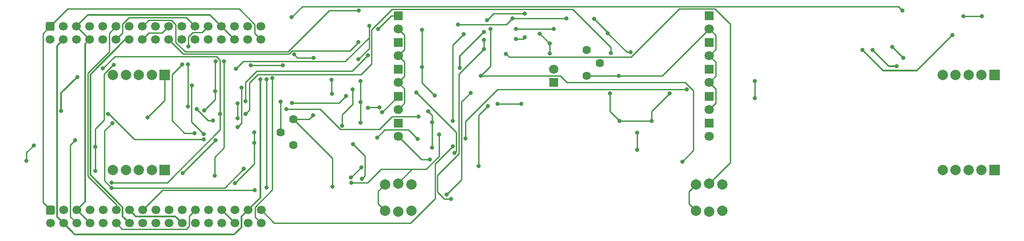
<source format=gtl>
G04 #@! TF.GenerationSoftware,KiCad,Pcbnew,5.1.10-6.fc34*
G04 #@! TF.CreationDate,2021-10-25T15:30:44+02:00*
G04 #@! TF.ProjectId,Amp Module,416d7020-4d6f-4647-956c-652e6b696361,rev?*
G04 #@! TF.SameCoordinates,Original*
G04 #@! TF.FileFunction,Copper,L1,Top*
G04 #@! TF.FilePolarity,Positive*
%FSLAX46Y46*%
G04 Gerber Fmt 4.6, Leading zero omitted, Abs format (unit mm)*
G04 Created by KiCad (PCBNEW 5.1.10-6.fc34) date 2021-10-25 15:30:44*
%MOMM*%
%LPD*%
G01*
G04 APERTURE LIST*
G04 #@! TA.AperFunction,ComponentPad*
%ADD10C,2.000000*%
G04 #@! TD*
G04 #@! TA.AperFunction,ComponentPad*
%ADD11R,2.000000X2.000000*%
G04 #@! TD*
G04 #@! TA.AperFunction,ComponentPad*
%ADD12C,1.700000*%
G04 #@! TD*
G04 #@! TA.AperFunction,ComponentPad*
%ADD13C,1.620000*%
G04 #@! TD*
G04 #@! TA.AperFunction,ComponentPad*
%ADD14C,1.800000*%
G04 #@! TD*
G04 #@! TA.AperFunction,ComponentPad*
%ADD15R,1.800000X1.800000*%
G04 #@! TD*
G04 #@! TA.AperFunction,ViaPad*
%ADD16C,0.800000*%
G04 #@! TD*
G04 #@! TA.AperFunction,Conductor*
%ADD17C,0.250000*%
G04 #@! TD*
G04 #@! TA.AperFunction,Conductor*
%ADD18C,0.304800*%
G04 #@! TD*
G04 APERTURE END LIST*
D10*
X36740000Y-47890000D03*
X39240000Y-47890000D03*
X34240000Y-47890000D03*
X41740000Y-47890000D03*
D11*
X44240000Y-47890000D03*
X44240000Y-29590000D03*
D10*
X41740000Y-29590000D03*
X34240000Y-29590000D03*
X36740000Y-29590000D03*
X39240000Y-29590000D03*
X196740000Y-47890000D03*
X199240000Y-47890000D03*
X194240000Y-47890000D03*
X201740000Y-47890000D03*
D11*
X204240000Y-47890000D03*
X204240000Y-29590000D03*
D10*
X201740000Y-29590000D03*
X194240000Y-29590000D03*
X196740000Y-29590000D03*
X199240000Y-29590000D03*
X149240000Y-50540000D03*
X149240000Y-55940000D03*
X146700000Y-55780000D03*
X146700000Y-50700000D03*
X151780000Y-50700000D03*
X151780000Y-55780000D03*
X91780000Y-55780000D03*
X91780000Y-50700000D03*
X86700000Y-50700000D03*
X86700000Y-55780000D03*
X89240000Y-55940000D03*
X89240000Y-50540000D03*
D12*
X62801500Y-22720300D03*
X60261500Y-22720300D03*
X57721500Y-22720300D03*
X55181500Y-22720300D03*
X52641500Y-22720300D03*
X50101500Y-22720300D03*
X47561500Y-22720300D03*
X45021500Y-22720300D03*
X42481500Y-22720300D03*
X39941500Y-22720300D03*
X37401500Y-22720300D03*
X34861500Y-22720300D03*
X32321500Y-22720300D03*
X29781500Y-22720300D03*
X27241500Y-22720300D03*
X24701500Y-22720300D03*
X22161500Y-22720300D03*
X62801500Y-20180300D03*
X60261500Y-20180300D03*
X57721500Y-20180300D03*
X55181500Y-20180300D03*
X52641500Y-20180300D03*
X50101500Y-20180300D03*
X47561500Y-20180300D03*
X45021500Y-20180300D03*
X42481500Y-20180300D03*
X39941500Y-20180300D03*
X37401500Y-20180300D03*
X34861500Y-20180300D03*
X32321500Y-20180300D03*
X29781500Y-20180300D03*
X27241500Y-20180300D03*
X24701500Y-20180300D03*
G04 #@! TA.AperFunction,ComponentPad*
G36*
G01*
X21561500Y-19330300D02*
X22761500Y-19330300D01*
G75*
G02*
X23011500Y-19580300I0J-250000D01*
G01*
X23011500Y-20780300D01*
G75*
G02*
X22761500Y-21030300I-250000J0D01*
G01*
X21561500Y-21030300D01*
G75*
G02*
X21311500Y-20780300I0J250000D01*
G01*
X21311500Y-19580300D01*
G75*
G02*
X21561500Y-19330300I250000J0D01*
G01*
G37*
G04 #@! TD.AperFunction*
D13*
X128128400Y-27253560D03*
X125628400Y-24753560D03*
X125628400Y-29753560D03*
X69075300Y-38140640D03*
X69075300Y-43140640D03*
X66575300Y-40640640D03*
D14*
X89240000Y-41432500D03*
D15*
X89240000Y-38892500D03*
D14*
X149240000Y-41432500D03*
D15*
X149240000Y-38892500D03*
X119240000Y-31010000D03*
D14*
X119240000Y-28470000D03*
X89240000Y-25832500D03*
D15*
X89240000Y-23292500D03*
D14*
X89240000Y-31032500D03*
D15*
X89240000Y-28492500D03*
X89240000Y-33692500D03*
D14*
X89240000Y-36232500D03*
D15*
X89240000Y-18092500D03*
D14*
X89240000Y-20632500D03*
X149240000Y-25832500D03*
D15*
X149240000Y-23292500D03*
X149240000Y-28492500D03*
D14*
X149240000Y-31032500D03*
D15*
X149240000Y-33692500D03*
D14*
X149240000Y-36232500D03*
D15*
X149240000Y-18092500D03*
D14*
X149240000Y-20632500D03*
G04 #@! TA.AperFunction,ComponentPad*
G36*
G01*
X21586900Y-54826800D02*
X22786900Y-54826800D01*
G75*
G02*
X23036900Y-55076800I0J-250000D01*
G01*
X23036900Y-56276800D01*
G75*
G02*
X22786900Y-56526800I-250000J0D01*
G01*
X21586900Y-56526800D01*
G75*
G02*
X21336900Y-56276800I0J250000D01*
G01*
X21336900Y-55076800D01*
G75*
G02*
X21586900Y-54826800I250000J0D01*
G01*
G37*
G04 #@! TD.AperFunction*
D12*
X24726900Y-55676800D03*
X27266900Y-55676800D03*
X29806900Y-55676800D03*
X32346900Y-55676800D03*
X34886900Y-55676800D03*
X37426900Y-55676800D03*
X39966900Y-55676800D03*
X42506900Y-55676800D03*
X45046900Y-55676800D03*
X47586900Y-55676800D03*
X50126900Y-55676800D03*
X52666900Y-55676800D03*
X55206900Y-55676800D03*
X57746900Y-55676800D03*
X60286900Y-55676800D03*
X62826900Y-55676800D03*
X22186900Y-58216800D03*
X24726900Y-58216800D03*
X27266900Y-58216800D03*
X29806900Y-58216800D03*
X32346900Y-58216800D03*
X34886900Y-58216800D03*
X37426900Y-58216800D03*
X39966900Y-58216800D03*
X42506900Y-58216800D03*
X45046900Y-58216800D03*
X47586900Y-58216800D03*
X50126900Y-58216800D03*
X52666900Y-58216800D03*
X55206900Y-58216800D03*
X57746900Y-58216800D03*
X60286900Y-58216800D03*
X62826900Y-58216800D03*
D16*
X40899080Y-37774880D03*
X18968720Y-43182540D03*
X17584420Y-46189900D03*
X24277320Y-36469320D03*
X180690520Y-24721820D03*
X185379360Y-27866340D03*
X27355339Y-29942790D03*
X93853000Y-20828000D03*
X96266000Y-33528000D03*
X95758000Y-38735000D03*
X95758000Y-43601640D03*
X60794900Y-27703780D03*
X61490860Y-42705020D03*
X57754520Y-50495042D03*
X93853000Y-28064460D03*
X186618880Y-26245820D03*
X184543688Y-24170640D03*
X130058160Y-33086040D03*
X131954270Y-38467030D03*
X198249540Y-18188940D03*
X201838560Y-18188940D03*
X113009680Y-35125660D03*
X129689860Y-21478240D03*
X127048260Y-18722340D03*
X106395520Y-18994120D03*
X113654840Y-17713960D03*
X134059641Y-25172381D03*
X76443840Y-30474920D03*
X76454000Y-33185100D03*
X105763060Y-21244560D03*
X101130100Y-28178760D03*
X72948800Y-26249901D03*
X82000000Y-38747700D03*
X82240120Y-49636680D03*
X80578960Y-42938700D03*
X61495940Y-40657780D03*
X95018860Y-36606480D03*
X85217000Y-41628060D03*
X92991940Y-41932860D03*
X82000000Y-30718760D03*
X67025520Y-27703780D03*
X69166740Y-25618440D03*
X82000000Y-34775140D03*
X158000000Y-30777180D03*
X158000000Y-34086800D03*
X138164570Y-38467030D03*
X108399580Y-35128200D03*
X141627860Y-33106360D03*
X30848300Y-48138080D03*
X30848300Y-43418760D03*
X178798220Y-24721820D03*
X196093080Y-21831300D03*
X34406848Y-27647017D03*
X49479200Y-31589980D03*
X72876410Y-37364670D03*
X51780440Y-40982900D03*
X81605120Y-26512520D03*
X83672680Y-20096480D03*
X100779580Y-19804380D03*
X121711720Y-18600420D03*
X135371840Y-44069000D03*
X104787700Y-47180500D03*
X106578400Y-35572700D03*
X111266130Y-18600420D03*
X116575840Y-21605240D03*
X57934860Y-28389580D03*
X76591160Y-51136710D03*
X85605620Y-35847020D03*
X83433920Y-35869880D03*
X135367235Y-40707490D03*
X131749800Y-29753560D03*
X118524020Y-23493526D03*
X118524020Y-25393549D03*
X105783380Y-22796500D03*
X105783380Y-24571960D03*
X99448620Y-53543200D03*
X144045940Y-46309280D03*
X107091480Y-20667980D03*
X105189053Y-29738287D03*
X103210360Y-33045400D03*
X98582482Y-52669440D03*
X95371920Y-45913040D03*
X51770280Y-42031920D03*
X33290350Y-37089080D03*
X100081082Y-44645578D03*
X92753180Y-32909356D03*
X86100920Y-36771582D03*
X85397340Y-20634960D03*
X64985900Y-30167580D03*
X63881000Y-51285140D03*
X63863220Y-30393640D03*
X53863240Y-49032160D03*
X55659020Y-26896062D03*
X48696880Y-35659060D03*
X48740060Y-27553920D03*
X81607660Y-23241000D03*
X54010600Y-32666900D03*
X54041040Y-26921462D03*
X51894615Y-36456497D03*
X54909720Y-37099240D03*
X34014335Y-50345665D03*
X32321500Y-28297929D03*
X62671960Y-30388560D03*
X68732400Y-18371820D03*
X186461400Y-17091660D03*
X47591978Y-27541220D03*
X48818800Y-24025860D03*
X50004980Y-40777160D03*
X81640680Y-17091660D03*
X59504580Y-47671980D03*
X34025655Y-51382304D03*
X34137598Y-38844220D03*
X101917500Y-21663662D03*
X80175100Y-50408840D03*
X61581225Y-51832315D03*
X97144840Y-41094658D03*
X99799140Y-38440360D03*
X102219760Y-41846500D03*
X144929860Y-32387540D03*
X80165839Y-49408871D03*
X82124956Y-47449740D03*
X99747230Y-43376690D03*
X26972260Y-42148760D03*
X47724060Y-48483520D03*
X54071520Y-42136060D03*
X68790820Y-34960560D03*
X79192120Y-33652460D03*
X110058200Y-25468580D03*
X78422500Y-39364920D03*
X80457040Y-32392620D03*
X59802874Y-34642525D03*
X83399790Y-25760680D03*
X67650360Y-36151820D03*
X93205300Y-37637720D03*
X111940380Y-20670480D03*
X119258080Y-20667980D03*
X111978860Y-22638600D03*
X113698020Y-22263100D03*
X59806840Y-37078920D03*
X130241040Y-25318713D03*
X66575300Y-34750000D03*
X59034680Y-32026860D03*
X58262520Y-39639240D03*
X58249820Y-35087560D03*
X58249820Y-37939994D03*
X53543200Y-38356540D03*
X50444612Y-36156535D03*
D17*
X44344600Y-29261150D02*
X44344600Y-29745400D01*
X44240000Y-29590000D02*
X44240000Y-34433960D01*
X44240000Y-34433960D02*
X40899080Y-37774880D01*
X18968720Y-43182540D02*
X17584420Y-44566840D01*
X17584420Y-44566840D02*
X17584420Y-46189900D01*
D18*
X183835040Y-27866340D02*
X185379360Y-27866340D01*
X180690520Y-24721820D02*
X183835040Y-27866340D01*
X24277320Y-33020809D02*
X27355339Y-29942790D01*
X24277320Y-36469320D02*
X24277320Y-33020809D01*
X36139120Y-56929020D02*
X37426900Y-58216800D01*
X36139120Y-55149466D02*
X36139120Y-56929020D01*
X29887600Y-48897946D02*
X36139120Y-55149466D01*
X36606480Y-22720300D02*
X29887600Y-29439180D01*
X29887600Y-29439180D02*
X29887600Y-48897946D01*
X37401500Y-22720300D02*
X36606480Y-22720300D01*
X57721500Y-22720300D02*
X55181500Y-20180300D01*
X29781500Y-22720300D02*
X27241500Y-20180300D01*
X57746900Y-58216800D02*
X55206900Y-55676800D01*
X29806900Y-58216800D02*
X27266900Y-55676800D01*
X54331501Y-19330301D02*
X55181500Y-20180300D01*
X52992020Y-17990820D02*
X54331501Y-19330301D01*
X29430980Y-17990820D02*
X52992020Y-17990820D01*
X27241500Y-20180300D02*
X29430980Y-17990820D01*
D17*
X93853000Y-31115000D02*
X96266000Y-33528000D01*
X93853000Y-20828000D02*
X93853000Y-28064460D01*
X95758000Y-38735000D02*
X95758000Y-43601640D01*
X95758000Y-43601640D02*
X95758000Y-43601640D01*
X61490860Y-46758702D02*
X57754520Y-50495042D01*
X61490860Y-42705020D02*
X61490860Y-46758702D01*
X57754520Y-50495042D02*
X57754520Y-50495042D01*
X93853000Y-28064460D02*
X93853000Y-31115000D01*
X186618880Y-26245820D02*
X184543700Y-24170640D01*
X184543700Y-24170640D02*
X184543688Y-24170640D01*
X130058160Y-36570920D02*
X130058160Y-33086040D01*
X131954270Y-38467030D02*
X130058160Y-36570920D01*
X198249540Y-18188940D02*
X201838560Y-18188940D01*
X129689860Y-21363940D02*
X129689860Y-21478240D01*
X127048260Y-18722340D02*
X129689860Y-21363940D01*
X106395520Y-18994120D02*
X107675680Y-17713960D01*
X107675680Y-17713960D02*
X113654840Y-17713960D01*
X113654840Y-17713960D02*
X113654840Y-17713960D01*
X129689860Y-21478240D02*
X133384001Y-25172381D01*
X133384001Y-25172381D02*
X134059641Y-25172381D01*
X76443840Y-33174940D02*
X76454000Y-33185100D01*
X76443840Y-30474920D02*
X76443840Y-33174940D01*
D18*
X101130100Y-25877520D02*
X101130100Y-28178760D01*
X105763060Y-21244560D02*
X101130100Y-25877520D01*
X82169000Y-38747700D02*
X82169000Y-38747700D01*
D17*
X82854800Y-45214540D02*
X80578960Y-42938700D01*
X82854800Y-49022000D02*
X82854800Y-45214540D01*
X82240120Y-49636680D02*
X82854800Y-49022000D01*
X61490860Y-40662860D02*
X61495940Y-40657780D01*
X61490860Y-42705020D02*
X61490860Y-40662860D01*
D18*
X29781500Y-22720300D02*
X28931501Y-23570299D01*
X28931501Y-23570299D02*
X28931501Y-54012199D01*
X28931501Y-54012199D02*
X27266900Y-55676800D01*
D17*
X131954270Y-38467030D02*
X138164570Y-38467030D01*
X95758000Y-38735000D02*
X95758000Y-37345620D01*
X95758000Y-37345620D02*
X95018860Y-36606480D01*
X86680040Y-40165020D02*
X85217000Y-41628060D01*
X91224100Y-40165020D02*
X86680040Y-40165020D01*
X92991940Y-41932860D02*
X91224100Y-40165020D01*
X67025520Y-27703780D02*
X67025520Y-27703780D01*
X60794900Y-27703780D02*
X67025520Y-27703780D01*
X69798201Y-26249901D02*
X69166740Y-25618440D01*
X72948800Y-26249901D02*
X69798201Y-26249901D01*
X82169000Y-34780222D02*
X82174082Y-34775140D01*
X82000000Y-38747700D02*
X82000000Y-34775140D01*
X82000000Y-34775140D02*
X82000000Y-30718760D01*
X158000000Y-34086800D02*
X158000000Y-30777180D01*
X113009680Y-35125660D02*
X108402120Y-35125660D01*
X108402120Y-35125660D02*
X108399580Y-35128200D01*
X138164570Y-38467030D02*
X138164570Y-36569650D01*
X138164570Y-36569650D02*
X141627860Y-33106360D01*
D18*
X38629301Y-56879201D02*
X37426900Y-55676800D01*
X46249301Y-56879201D02*
X38629301Y-56879201D01*
X47586900Y-58216800D02*
X46249301Y-56879201D01*
D17*
X30848300Y-48138080D02*
X30848300Y-43418760D01*
D18*
X196093080Y-21831300D02*
X196093080Y-21831300D01*
X189230000Y-28694380D02*
X196093080Y-21831300D01*
X182770780Y-28694380D02*
X189230000Y-28694380D01*
X178798220Y-24721820D02*
X182770780Y-28694380D01*
D17*
X32565340Y-29390340D02*
X34308663Y-27647017D01*
X32565340Y-38275662D02*
X32565340Y-29390340D01*
X30848300Y-39992702D02*
X32565340Y-38275662D01*
X30848300Y-43418760D02*
X30848300Y-39992702D01*
X34308663Y-27647017D02*
X34406848Y-27647017D01*
X125628400Y-29753560D02*
X133418580Y-29753560D01*
X69075300Y-38140640D02*
X72100440Y-38140640D01*
X72100440Y-38140640D02*
X72876410Y-37364670D01*
X49421881Y-31647299D02*
X49479200Y-31589980D01*
X49421881Y-38624341D02*
X49421881Y-31647299D01*
X51780440Y-40982900D02*
X49421881Y-38624341D01*
X83672680Y-24444960D02*
X81605120Y-26512520D01*
X83672680Y-20096480D02*
X83672680Y-24444960D01*
X121711720Y-18600420D02*
X121711720Y-18600420D01*
X135371840Y-40794940D02*
X135371840Y-40794940D01*
X104787700Y-47180500D02*
X104787700Y-37363400D01*
X104787700Y-37363400D02*
X106578400Y-35572700D01*
X106578400Y-35572700D02*
X106578400Y-35572700D01*
X121711720Y-18600420D02*
X111266130Y-18600420D01*
X100779580Y-19804380D02*
X110062170Y-19804380D01*
X110062170Y-19804380D02*
X111266130Y-18600420D01*
X69075300Y-38140640D02*
X76591160Y-45656500D01*
X76591160Y-45656500D02*
X76591160Y-51136710D01*
X90465001Y-21857501D02*
X89240000Y-20632500D01*
X90465001Y-24607499D02*
X90465001Y-21857501D01*
X89240000Y-25832500D02*
X90465001Y-24607499D01*
X90465001Y-27057501D02*
X89240000Y-25832500D01*
X90465001Y-29807499D02*
X90465001Y-27057501D01*
X89240000Y-31032500D02*
X90465001Y-29807499D01*
X90465001Y-32257501D02*
X89240000Y-31032500D01*
X90465001Y-35007499D02*
X90465001Y-32257501D01*
X89240000Y-36232500D02*
X90465001Y-35007499D01*
X83456780Y-35847020D02*
X83433920Y-35869880D01*
X85605620Y-35847020D02*
X83456780Y-35847020D01*
X59349537Y-26974903D02*
X57934860Y-28389580D01*
X83672680Y-20096480D02*
X83672680Y-22348042D01*
X83672680Y-22348042D02*
X79045819Y-26974903D01*
X79045819Y-26974903D02*
X59349537Y-26974903D01*
X135371840Y-44069000D02*
X135371840Y-40712095D01*
X135371840Y-40712095D02*
X135367235Y-40707490D01*
X140118940Y-29753560D02*
X131749800Y-29753560D01*
X149240000Y-20632500D02*
X140118940Y-29753560D01*
X150465001Y-24607499D02*
X149240000Y-25832500D01*
X150465001Y-21857501D02*
X150465001Y-24607499D01*
X149240000Y-20632500D02*
X150465001Y-21857501D01*
X150465001Y-27057501D02*
X150465001Y-29807499D01*
X150465001Y-29807499D02*
X149240000Y-31032500D01*
X149240000Y-25832500D02*
X150465001Y-27057501D01*
X150465001Y-35007499D02*
X149240000Y-36232500D01*
X150465001Y-32257501D02*
X150465001Y-35007499D01*
X149240000Y-31032500D02*
X150465001Y-32257501D01*
X131749800Y-29753560D02*
X125628400Y-29753560D01*
X118464126Y-23493526D02*
X118524020Y-23493526D01*
X116575840Y-21605240D02*
X118464126Y-23493526D01*
X118524020Y-25393549D02*
X118524020Y-23493526D01*
X105783380Y-22796500D02*
X105783380Y-24571960D01*
X105783380Y-24571960D02*
X105783380Y-24571960D01*
X99448620Y-53543200D02*
X99448620Y-53543200D01*
X96840040Y-52204620D02*
X98178620Y-53543200D01*
X96840040Y-48959622D02*
X96840040Y-52204620D01*
X98178620Y-53543200D02*
X99448620Y-53543200D01*
X100992940Y-44806722D02*
X96840040Y-48959622D01*
X100992940Y-29362400D02*
X100992940Y-44806722D01*
X105783380Y-24571960D02*
X100992940Y-29362400D01*
X144045940Y-46309280D02*
X144045940Y-46309280D01*
X120558527Y-29738287D02*
X105189053Y-29738287D01*
X144045940Y-46309280D02*
X146207480Y-44147740D01*
X107091480Y-20667980D02*
X107091480Y-27835860D01*
X146207480Y-44147740D02*
X146207480Y-32592158D01*
X146207480Y-32592158D02*
X144602891Y-30987569D01*
X144602891Y-30987569D02*
X121807809Y-30987569D01*
X121807809Y-30987569D02*
X120558527Y-29738287D01*
X107091480Y-27835860D02*
X105189053Y-29738287D01*
X101494759Y-34761001D02*
X101494759Y-49757163D01*
X103210360Y-33045400D02*
X101494759Y-34761001D01*
X101494759Y-49757163D02*
X98582482Y-52669440D01*
X85412580Y-51987420D02*
X86700000Y-50700000D01*
X85412580Y-54492580D02*
X85412580Y-51987420D01*
X86700000Y-55780000D02*
X85412580Y-54492580D01*
X146700000Y-50700000D02*
X145356580Y-52043420D01*
X145356580Y-54436580D02*
X146700000Y-55780000D01*
X145356580Y-52043420D02*
X145356580Y-54436580D01*
X38398304Y-42031920D02*
X33455464Y-37089080D01*
X51770280Y-42031920D02*
X38398304Y-42031920D01*
X33455464Y-37089080D02*
X33290350Y-37089080D01*
X93720540Y-45913040D02*
X89240000Y-41432500D01*
X95371920Y-45913040D02*
X93720540Y-45913040D01*
X100081082Y-44645578D02*
X100481081Y-44245579D01*
X100481081Y-44245579D02*
X100481081Y-40637257D01*
X100481081Y-40637257D02*
X92753180Y-32909356D01*
X89240000Y-33692500D02*
X86160918Y-36771582D01*
X86160918Y-36771582D02*
X86100920Y-36771582D01*
X89240000Y-18092500D02*
X87939800Y-18092500D01*
X87939800Y-18092500D02*
X85397340Y-20634960D01*
X85397340Y-20634960D02*
X85397340Y-20634960D01*
X20746720Y-54236620D02*
X22186900Y-55676800D01*
X20746720Y-21595080D02*
X20746720Y-54236620D01*
X22161500Y-20180300D02*
X20746720Y-21595080D01*
X62826900Y-58216800D02*
X61651899Y-57041799D01*
X61651899Y-57041799D02*
X61651899Y-55112799D01*
X61651899Y-55112799D02*
X64985900Y-51778798D01*
X64985900Y-51778798D02*
X64985900Y-30167580D01*
X61626499Y-21545299D02*
X62801500Y-22720300D01*
X61626499Y-19806297D02*
X61626499Y-21545299D01*
X58622302Y-16802100D02*
X61626499Y-19806297D01*
X25539700Y-16802100D02*
X58622302Y-16802100D01*
X22161500Y-20180300D02*
X25539700Y-16802100D01*
X63881000Y-51285140D02*
X63881000Y-30411420D01*
X63881000Y-30411420D02*
X63863220Y-30393640D01*
X55659020Y-43639740D02*
X55659020Y-26896062D01*
X53863240Y-45435520D02*
X55659020Y-43639740D01*
X53863240Y-49032160D02*
X53863240Y-45435520D01*
X48696880Y-35659060D02*
X48696880Y-27597100D01*
X48696880Y-27597100D02*
X48740060Y-27553920D01*
X81207661Y-23640999D02*
X81607660Y-23241000D01*
X79955222Y-24893438D02*
X81207661Y-23640999D01*
X68192365Y-25524891D02*
X68823818Y-24893438D01*
X68823818Y-24893438D02*
X79955222Y-24893438D01*
X47826091Y-25524891D02*
X68192365Y-25524891D01*
X45021500Y-22720300D02*
X47826091Y-25524891D01*
X45021500Y-20180300D02*
X43754040Y-21447760D01*
X43754040Y-21447760D02*
X41214040Y-21447760D01*
X41214040Y-21447760D02*
X39941500Y-22720300D01*
X48951899Y-56851801D02*
X50126900Y-55676800D01*
X48951899Y-58780801D02*
X48951899Y-56851801D01*
X48340899Y-59391801D02*
X48951899Y-58780801D01*
X36061901Y-59391801D02*
X48340899Y-59391801D01*
X34886900Y-58216800D02*
X36061901Y-59391801D01*
X37374458Y-18468340D02*
X48389540Y-18468340D01*
X36121340Y-19721458D02*
X37374458Y-18468340D01*
X36121340Y-21460460D02*
X36121340Y-19721458D01*
X48389540Y-18468340D02*
X50101500Y-20180300D01*
X34861500Y-22720300D02*
X36121340Y-21460460D01*
X54010600Y-32666900D02*
X54010600Y-26951902D01*
X54010600Y-26951902D02*
X54041040Y-26921462D01*
X54010600Y-32666900D02*
X54010600Y-34340512D01*
X54010600Y-34340512D02*
X51894615Y-36456497D01*
X54909720Y-40162480D02*
X44726535Y-50345665D01*
X54909720Y-37099240D02*
X54909720Y-40162480D01*
X44726535Y-50345665D02*
X34014335Y-50345665D01*
X32321500Y-28297929D02*
X32641318Y-27978111D01*
X34644527Y-25974902D02*
X32321500Y-28297929D01*
X54215744Y-25974902D02*
X34644527Y-25974902D01*
X54909720Y-26668878D02*
X54215744Y-25974902D01*
X54909720Y-37099240D02*
X54909720Y-26668878D01*
D18*
X23484840Y-56974740D02*
X24726900Y-58216800D01*
X23484840Y-23936960D02*
X23484840Y-56974740D01*
X24701500Y-22720300D02*
X23484840Y-23936960D01*
X57632600Y-60385960D02*
X26896060Y-60385960D01*
X59024520Y-58994040D02*
X57632600Y-60385960D01*
X59024520Y-56939180D02*
X59024520Y-58994040D01*
X26896060Y-60385960D02*
X24726900Y-58216800D01*
X60286900Y-55676800D02*
X59024520Y-56939180D01*
X60286900Y-55676800D02*
X62671960Y-53291740D01*
X62671960Y-53291740D02*
X62671960Y-30388560D01*
D17*
X62671960Y-30388560D02*
X62671960Y-30388560D01*
X186461400Y-17091660D02*
X186461400Y-17091660D01*
X186061401Y-16691661D02*
X186461400Y-17091660D01*
X185696429Y-16326689D02*
X186061401Y-16691661D01*
X70777531Y-16326689D02*
X185696429Y-16326689D01*
X68732400Y-18371820D02*
X70777531Y-16326689D01*
X48818800Y-24025860D02*
X48818800Y-22223446D01*
X48818800Y-22223446D02*
X49659545Y-21382701D01*
X49659545Y-21382701D02*
X51439099Y-21382701D01*
X51439099Y-21382701D02*
X52641500Y-20180300D01*
X48074580Y-40777160D02*
X50004980Y-40777160D01*
X47591978Y-27541220D02*
X45671740Y-29461458D01*
X45671740Y-29461458D02*
X45671740Y-38374320D01*
X45671740Y-38374320D02*
X48074580Y-40777160D01*
X45515902Y-18935700D02*
X46377860Y-19797658D01*
X39941500Y-20180300D02*
X41186100Y-18935700D01*
X48177078Y-25074880D02*
X68005965Y-25074880D01*
X46377860Y-19797658D02*
X46377860Y-23275662D01*
X75989185Y-17091660D02*
X81074995Y-17091660D01*
X81074995Y-17091660D02*
X81640680Y-17091660D01*
X46377860Y-23275662D02*
X48177078Y-25074880D01*
X68005965Y-25074880D02*
X75989185Y-17091660D01*
X41186100Y-18935700D02*
X45515902Y-18935700D01*
X29410189Y-29241431D02*
X29410189Y-49102809D01*
X33563560Y-25088060D02*
X29410189Y-29241431D01*
X34886900Y-54579520D02*
X34886900Y-55676800D01*
X33563560Y-21478240D02*
X33563560Y-25088060D01*
X29410189Y-49102809D02*
X34886900Y-54579520D01*
X34861500Y-20180300D02*
X33563560Y-21478240D01*
X59504580Y-47671980D02*
X55794256Y-51382304D01*
X55794256Y-51382304D02*
X34025655Y-51382304D01*
X34025655Y-51382304D02*
X34025655Y-51142715D01*
X32647941Y-40333877D02*
X34137598Y-38844220D01*
X34025655Y-51382304D02*
X32647941Y-50004590D01*
X32647941Y-50004590D02*
X32647941Y-40333877D01*
X91915000Y-47792640D02*
X89151460Y-50556180D01*
X94643830Y-47792640D02*
X91915000Y-47792640D01*
X83378040Y-50408840D02*
X80175100Y-50408840D01*
X85994240Y-47792640D02*
X83378040Y-50408840D01*
X94643830Y-47792640D02*
X85994240Y-47792640D01*
X61307980Y-51831240D02*
X61305440Y-51833780D01*
X61582300Y-51831240D02*
X61307980Y-51831240D01*
X61581225Y-51832315D02*
X61581225Y-51832315D01*
X43811385Y-51832315D02*
X61581225Y-51832315D01*
X39966900Y-55676800D02*
X43811385Y-51832315D01*
X61581225Y-51832315D02*
X61582300Y-51831240D01*
X94643830Y-47792640D02*
X97144840Y-45291630D01*
X97144840Y-45291630D02*
X97144840Y-41094658D01*
X101917500Y-21663662D02*
X99799140Y-23782022D01*
X99799140Y-23782022D02*
X99799140Y-38440360D01*
X144929860Y-32387540D02*
X144929860Y-32387540D01*
X80165839Y-49408871D02*
X82124956Y-47449754D01*
X82124956Y-47449754D02*
X82124956Y-47449740D01*
X144886680Y-32344360D02*
X144929860Y-32387540D01*
X102219760Y-41846500D02*
X102219760Y-38514020D01*
X102219760Y-38514020D02*
X108389420Y-32344360D01*
X108389420Y-32344360D02*
X144886680Y-32344360D01*
X65308480Y-58158380D02*
X62826900Y-55676800D01*
X91678760Y-58158380D02*
X65308480Y-58158380D01*
X96387920Y-53449220D02*
X91678760Y-58158380D01*
X96387920Y-46736000D02*
X96387920Y-53449220D01*
X99747230Y-43376690D02*
X96387920Y-46736000D01*
X26001980Y-43119040D02*
X26001980Y-56951880D01*
X26001980Y-56951880D02*
X27266900Y-58216800D01*
X26972260Y-42148760D02*
X26001980Y-43119040D01*
X47724060Y-48483520D02*
X54071520Y-42136060D01*
X54071520Y-42136060D02*
X54071520Y-42136060D01*
X68790820Y-34960560D02*
X77884020Y-34960560D01*
X77884020Y-34960560D02*
X79192120Y-33652460D01*
X149240000Y-50540000D02*
X149449440Y-50540000D01*
X153264700Y-19732198D02*
X153264700Y-46515300D01*
X153264700Y-46515300D02*
X149240000Y-50540000D01*
X143480642Y-16776700D02*
X150309202Y-16776700D01*
X110708179Y-26118559D02*
X134138783Y-26118559D01*
X150309202Y-16776700D02*
X153264700Y-19732198D01*
X110058200Y-25468580D02*
X110708179Y-26118559D01*
X134138783Y-26118559D02*
X143480642Y-16776700D01*
X78422500Y-39364920D02*
X78422500Y-37233860D01*
X78422500Y-37233860D02*
X80457040Y-35199320D01*
X80457040Y-35199320D02*
X80457040Y-32392620D01*
X80457040Y-32392620D02*
X80457040Y-32392620D01*
X80392430Y-28768040D02*
X83399790Y-25760680D01*
X59802874Y-31017366D02*
X62052200Y-28768040D01*
X59802874Y-34642525D02*
X59802874Y-31017366D01*
X62052200Y-28768040D02*
X80392430Y-28768040D01*
X85657577Y-40089921D02*
X88109778Y-37637720D01*
X74183240Y-36151820D02*
X78121341Y-40089921D01*
X67650360Y-36151820D02*
X74183240Y-36151820D01*
X78121341Y-40089921D02*
X85657577Y-40089921D01*
X88109778Y-37637720D02*
X93205300Y-37637720D01*
X111940380Y-20670480D02*
X119255580Y-20670480D01*
X119255580Y-20670480D02*
X119258080Y-20667980D01*
X111978860Y-22638600D02*
X113322520Y-22638600D01*
X113322520Y-22638600D02*
X113698020Y-22263100D01*
X59806840Y-37078920D02*
X59748420Y-37137340D01*
X122899799Y-16867499D02*
X130241040Y-24208740D01*
X88079999Y-16867499D02*
X122899799Y-16867499D01*
X84124800Y-20822698D02*
X88079999Y-16867499D01*
X59806840Y-37078920D02*
X60552161Y-36333599D01*
X62198081Y-29442579D02*
X82095023Y-29442579D01*
X82095023Y-29442579D02*
X84124800Y-27412802D01*
X130241040Y-24208740D02*
X130241040Y-25318713D01*
X60552161Y-36333599D02*
X60552161Y-31088499D01*
X84124800Y-27412802D02*
X84124800Y-20822698D01*
X60552161Y-31088499D02*
X62198081Y-29442579D01*
X66575300Y-40640640D02*
X66575300Y-34750000D01*
X59034680Y-32026860D02*
X59034680Y-38867080D01*
X59034680Y-38867080D02*
X58262520Y-39639240D01*
X58249820Y-35087560D02*
X58249820Y-37939994D01*
X50523140Y-36187380D02*
X50523140Y-36187380D01*
X52644617Y-38356540D02*
X50444612Y-36156535D01*
X53543200Y-38356540D02*
X52644617Y-38356540D01*
M02*

</source>
